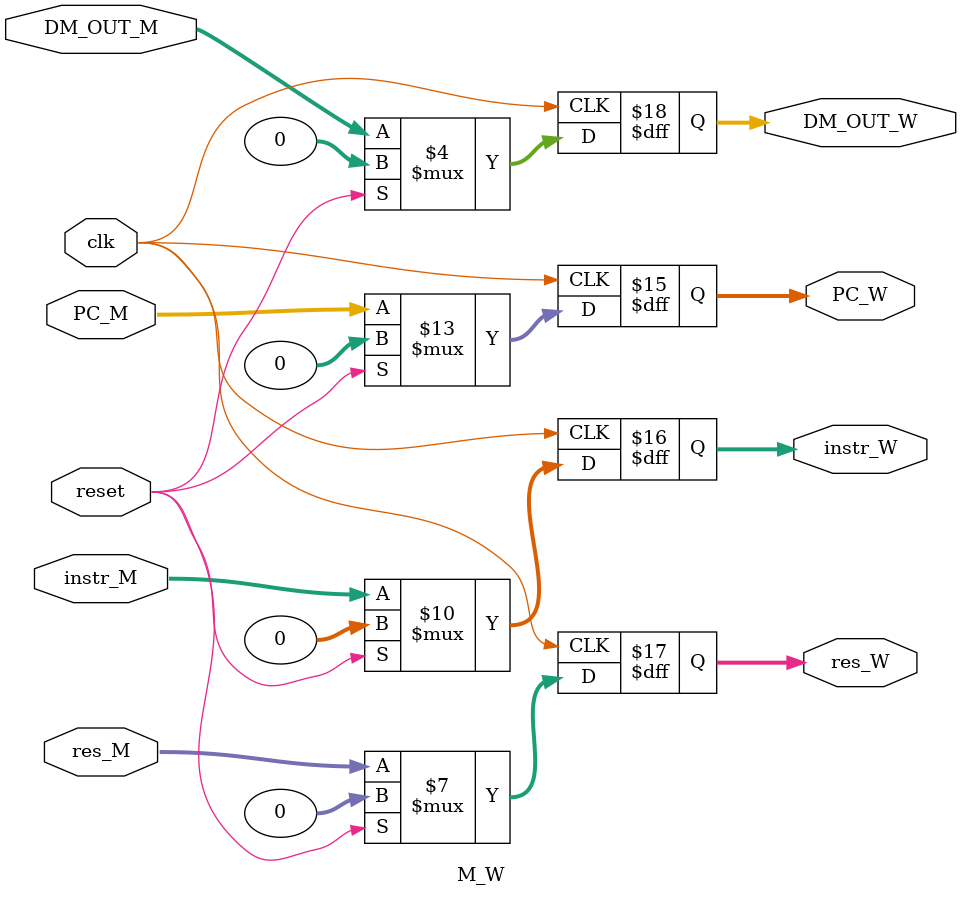
<source format=v>
`timescale 1ns / 1ps
module M_W(
    input clk,
    input reset,
    input [31:0] PC_M,
    input [31:0] instr_M,
    input [31:0] res_M,
    input [31:0] DM_OUT_M,
	 output reg [31:0] PC_W,
    output reg [31:0] instr_W,
    output reg [31:0] res_W,
    output reg [31:0] DM_OUT_W
    );
	 initial begin
	    PC_W = 0;
		 instr_W = 0;
		 res_W = 0;
		 DM_OUT_W = 0;
	 end
	 always@(posedge clk)begin
	    if(reset) begin
		    PC_W <= 0;
			 instr_W <= 0;
			 res_W <= 0;
			 DM_OUT_W <=0;
		 end 
		 else begin
		    PC_W <= PC_M;
			 instr_W <= instr_M;
			 res_W <= res_M;
			 DM_OUT_W <= DM_OUT_M;
		 end
	 end


endmodule

</source>
